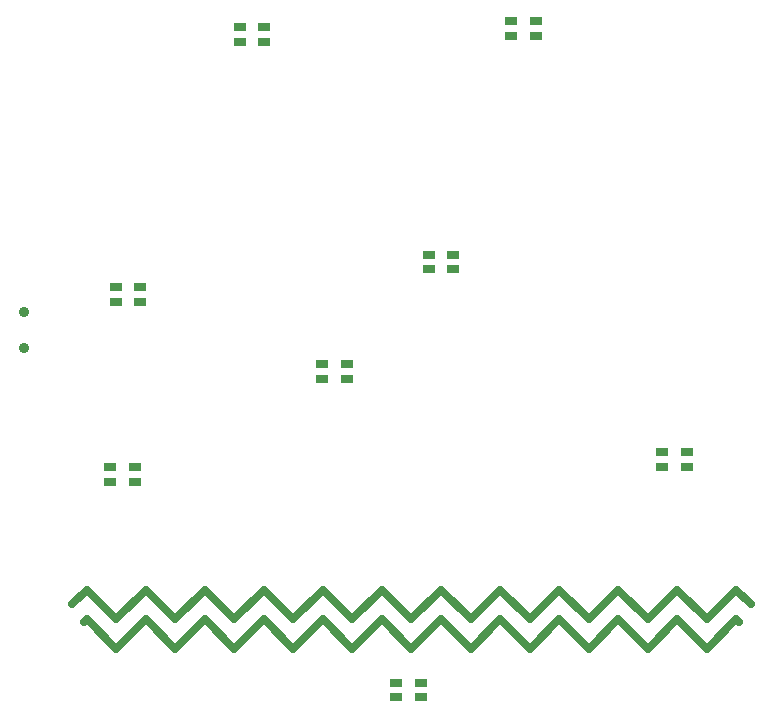
<source format=gbr>
%TF.GenerationSoftware,KiCad,Pcbnew,(5.1.10)-1*%
%TF.CreationDate,2021-10-20T07:50:51+02:00*%
%TF.ProjectId,TVZ_kuglica,54565a5f-6b75-4676-9c69-63612e6b6963,rev?*%
%TF.SameCoordinates,Original*%
%TF.FileFunction,Soldermask,Top*%
%TF.FilePolarity,Negative*%
%FSLAX46Y46*%
G04 Gerber Fmt 4.6, Leading zero omitted, Abs format (unit mm)*
G04 Created by KiCad (PCBNEW (5.1.10)-1) date 2021-10-20 07:50:51*
%MOMM*%
%LPD*%
G01*
G04 APERTURE LIST*
%ADD10C,0.700000*%
%ADD11C,0.900000*%
%ADD12R,1.100000X0.750000*%
G04 APERTURE END LIST*
D10*
X109500000Y-124250000D02*
X112000000Y-126750000D01*
X109250000Y-124500000D02*
X109500000Y-124250000D01*
X109500000Y-121750000D02*
X108250000Y-123000000D01*
X162000000Y-126750000D02*
X164500000Y-124250000D01*
X152000000Y-124250000D02*
X149500000Y-121750000D01*
X157000000Y-124250000D02*
X154500000Y-121750000D01*
X165750000Y-123000000D02*
X164500000Y-121750000D01*
X164500000Y-121750000D02*
X162000000Y-124250000D01*
X112000000Y-126750000D02*
X114500000Y-124250000D01*
X144500000Y-124250000D02*
X147000000Y-126750000D01*
X159500000Y-124250000D02*
X162000000Y-126750000D01*
X142000000Y-124250000D02*
X139500000Y-121750000D01*
X142000000Y-126750000D02*
X144500000Y-124250000D01*
X137000000Y-126750000D02*
X139500000Y-124250000D01*
X119500000Y-121750000D02*
X117000000Y-124250000D01*
X134500000Y-121750000D02*
X132000000Y-124250000D01*
X162000000Y-124250000D02*
X159500000Y-121750000D01*
X159500000Y-121750000D02*
X157000000Y-124250000D01*
X117000000Y-126750000D02*
X119500000Y-124250000D01*
X157000000Y-126750000D02*
X159500000Y-124250000D01*
X129500000Y-124250000D02*
X132000000Y-126750000D01*
X154500000Y-124250000D02*
X157000000Y-126750000D01*
X134500000Y-124250000D02*
X137000000Y-126750000D01*
X124500000Y-124250000D02*
X127000000Y-126750000D01*
X132000000Y-126750000D02*
X134500000Y-124250000D01*
X119500000Y-124250000D02*
X122000000Y-126750000D01*
X147000000Y-124250000D02*
X144500000Y-121750000D01*
X154500000Y-121750000D02*
X152000000Y-124250000D01*
X139500000Y-121750000D02*
X137000000Y-124250000D01*
X129500000Y-121750000D02*
X127000000Y-124250000D01*
X152000000Y-126750000D02*
X154500000Y-124250000D01*
X149500000Y-124250000D02*
X152000000Y-126750000D01*
X117000000Y-124250000D02*
X114500000Y-121750000D01*
X114500000Y-121750000D02*
X112000000Y-124250000D01*
X147000000Y-126750000D02*
X149500000Y-124250000D01*
X114500000Y-124250000D02*
X117000000Y-126750000D01*
X127000000Y-124250000D02*
X124500000Y-121750000D01*
X112000000Y-124250000D02*
X109500000Y-121750000D01*
X122000000Y-124250000D02*
X119500000Y-121750000D01*
X137000000Y-124250000D02*
X134500000Y-121750000D01*
X149500000Y-121750000D02*
X147000000Y-124250000D01*
X124500000Y-121750000D02*
X122000000Y-124250000D01*
X144500000Y-121750000D02*
X142000000Y-124250000D01*
X122000000Y-126750000D02*
X124500000Y-124250000D01*
X132000000Y-124250000D02*
X129500000Y-121750000D01*
X139500000Y-124250000D02*
X142000000Y-126750000D01*
X164500000Y-124250000D02*
X164750000Y-124500000D01*
X127000000Y-126750000D02*
X129500000Y-124250000D01*
D11*
%TO.C,SW1*%
X104170000Y-101250000D03*
X104170000Y-98250000D03*
%TD*%
D12*
%TO.C,D1*%
X111950000Y-96125000D03*
X114050000Y-96125000D03*
X111950000Y-97375000D03*
X114050000Y-97375000D03*
%TD*%
%TO.C,D2*%
X124550000Y-75375000D03*
X122450000Y-75375000D03*
X124550000Y-74125000D03*
X122450000Y-74125000D03*
%TD*%
%TO.C,D3*%
X145450000Y-73625000D03*
X147550000Y-73625000D03*
X145450000Y-74875000D03*
X147550000Y-74875000D03*
%TD*%
%TO.C,D4*%
X131550000Y-103875000D03*
X129450000Y-103875000D03*
X131550000Y-102625000D03*
X129450000Y-102625000D03*
%TD*%
%TO.C,D5*%
X111450000Y-111375000D03*
X113550000Y-111375000D03*
X111450000Y-112625000D03*
X113550000Y-112625000D03*
%TD*%
%TO.C,D8*%
X160300000Y-111375000D03*
X158200000Y-111375000D03*
X160300000Y-110125000D03*
X158200000Y-110125000D03*
%TD*%
%TO.C,D7*%
X135700000Y-129625000D03*
X137800000Y-129625000D03*
X135700000Y-130875000D03*
X137800000Y-130875000D03*
%TD*%
%TO.C,D11*%
X138450000Y-93375000D03*
X140550000Y-93375000D03*
X138450000Y-94625000D03*
X140550000Y-94625000D03*
%TD*%
M02*

</source>
